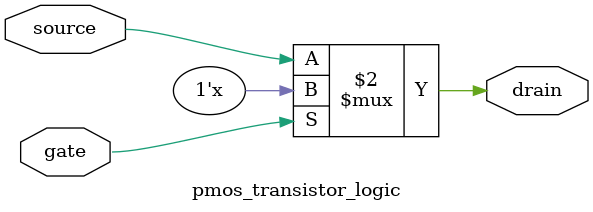
<source format=v>
`timescale 1ns / 1ps


module pmos_transistor_logic(
output wire drain,
    input wire gate,
    input wire source
);

    assign drain = ~(gate) ? source : 1'bz;

endmodule
</source>
